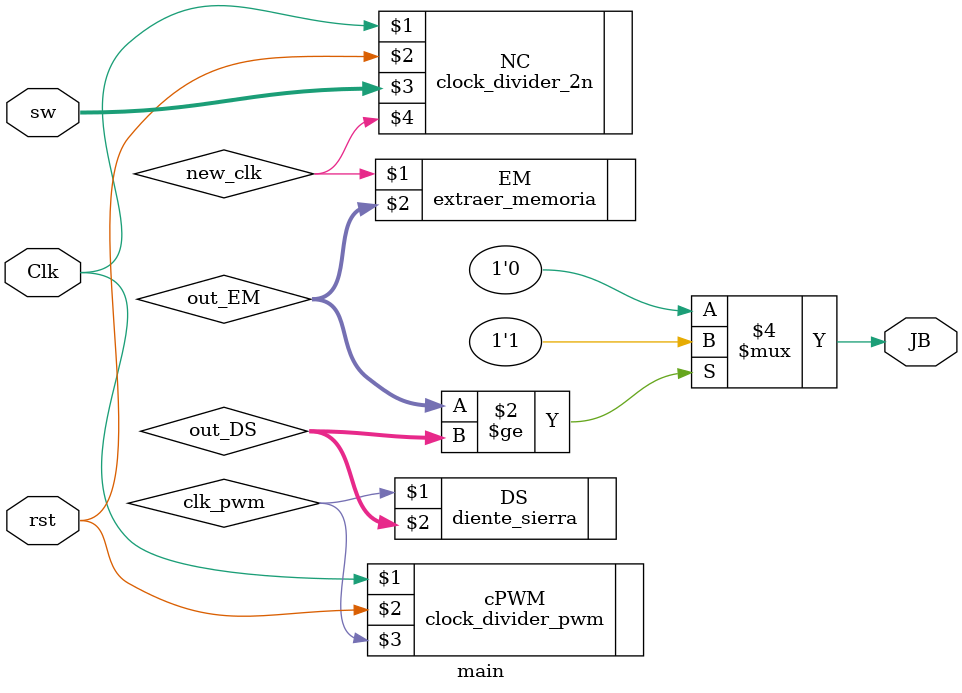
<source format=v>
`timescale 1ns / 1ps


module main(
    input [1:0] sw,
    input Clk,
    input rst,
    output reg JB
    );
    
    wire new_clk;
    wire clk_pwm;
    
    wire [9:0] out_EM, out_DS;
    
    clock_divider_pwm cPWM(Clk, rst, clk_pwm);
    clock_divider_2n NC(Clk, rst, sw, new_clk);
    extraer_memoria EM(new_clk, out_EM);
    diente_sierra DS(clk_pwm, out_DS);
    
    always @(*)
    begin
        if (out_EM >= out_DS)
            JB = 1'b1;
        else
            JB = 1'b0;
    end 
    
    
endmodule

</source>
